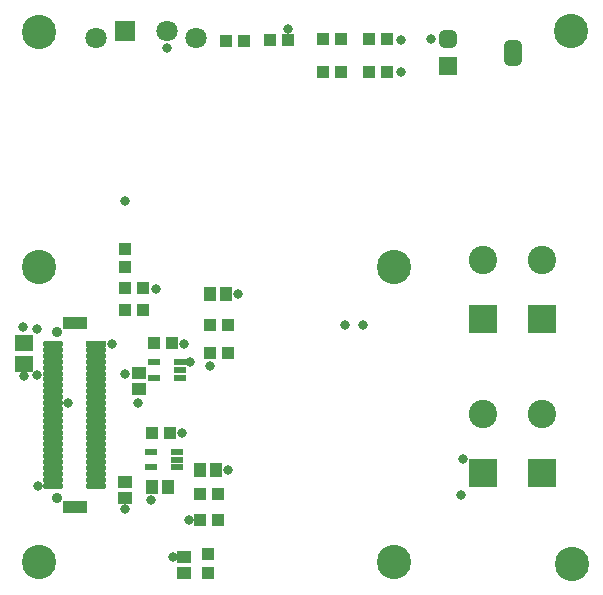
<source format=gts>
G04*
G04 #@! TF.GenerationSoftware,Altium Limited,Altium Designer,19.0.10 (269)*
G04*
G04 Layer_Color=8388736*
%FSLAX25Y25*%
%MOIN*%
G70*
G01*
G75*
%ADD28R,0.05918X0.05918*%
G04:AMPARAMS|DCode=29|XSize=59.18mil|YSize=59.18mil|CornerRadius=16.8mil|HoleSize=0mil|Usage=FLASHONLY|Rotation=180.000|XOffset=0mil|YOffset=0mil|HoleType=Round|Shape=RoundedRectangle|*
%AMROUNDEDRECTD29*
21,1,0.05918,0.02559,0,0,180.0*
21,1,0.02559,0.05918,0,0,180.0*
1,1,0.03359,-0.01280,0.01280*
1,1,0.03359,0.01280,0.01280*
1,1,0.03359,0.01280,-0.01280*
1,1,0.03359,-0.01280,-0.01280*
%
%ADD29ROUNDEDRECTD29*%
G04:AMPARAMS|DCode=30|XSize=59.18mil|YSize=86.74mil|CornerRadius=16.8mil|HoleSize=0mil|Usage=FLASHONLY|Rotation=180.000|XOffset=0mil|YOffset=0mil|HoleType=Round|Shape=RoundedRectangle|*
%AMROUNDEDRECTD30*
21,1,0.05918,0.05315,0,0,180.0*
21,1,0.02559,0.08674,0,0,180.0*
1,1,0.03359,-0.01280,0.02657*
1,1,0.03359,0.01280,0.02657*
1,1,0.03359,0.01280,-0.02657*
1,1,0.03359,-0.01280,-0.02657*
%
%ADD30ROUNDEDRECTD30*%
%ADD31R,0.03950X0.03950*%
%ADD32R,0.04147X0.04147*%
%ADD33R,0.04147X0.04147*%
%ADD34R,0.04143X0.04537*%
%ADD35R,0.04537X0.04143*%
%ADD36R,0.04147X0.02178*%
%ADD37R,0.06312X0.05328*%
%ADD38R,0.07887X0.03950*%
%ADD39R,0.07099X0.01981*%
%ADD40O,0.07099X0.01981*%
%ADD41R,0.07099X0.07099*%
%ADD42C,0.07099*%
%ADD43C,0.11430*%
%ADD44R,0.09461X0.09461*%
%ADD45C,0.09461*%
%ADD46C,0.03556*%
%ADD47C,0.03162*%
D28*
X146063Y175197D02*
D03*
D29*
Y184252D02*
D03*
D30*
X167717Y179724D02*
D03*
D31*
X125743Y184271D02*
D03*
X119837D02*
D03*
X125743Y173276D02*
D03*
X119837D02*
D03*
X92716Y183858D02*
D03*
X86811D02*
D03*
D32*
X110487Y173228D02*
D03*
X104385D02*
D03*
X110487Y184231D02*
D03*
X104385D02*
D03*
X78248Y183819D02*
D03*
X72146D02*
D03*
X44587Y101181D02*
D03*
X38484D02*
D03*
X44587Y94095D02*
D03*
X38484D02*
D03*
X72768Y79527D02*
D03*
X66665D02*
D03*
X69587Y24016D02*
D03*
X63484D02*
D03*
Y32677D02*
D03*
X69587D02*
D03*
X54232Y82972D02*
D03*
X48130D02*
D03*
X53445Y53150D02*
D03*
X47343D02*
D03*
X66665Y88976D02*
D03*
X72768D02*
D03*
D33*
X38386Y108366D02*
D03*
Y114469D02*
D03*
X66142Y6496D02*
D03*
Y12598D02*
D03*
D34*
X71980Y99212D02*
D03*
X66665D02*
D03*
X68799Y40551D02*
D03*
X63484D02*
D03*
X47343Y35039D02*
D03*
X52658D02*
D03*
D35*
X38583Y31299D02*
D03*
Y36614D02*
D03*
X58268Y6398D02*
D03*
Y11713D02*
D03*
X43110Y67716D02*
D03*
Y73032D02*
D03*
D36*
X48031Y71457D02*
D03*
Y76575D02*
D03*
X56693D02*
D03*
Y74016D02*
D03*
Y71457D02*
D03*
X47244Y41535D02*
D03*
Y46654D02*
D03*
X55905D02*
D03*
Y44094D02*
D03*
Y41535D02*
D03*
D37*
X4724Y76083D02*
D03*
Y82972D02*
D03*
D38*
X21654Y28346D02*
D03*
Y89764D02*
D03*
D39*
X28740Y82677D02*
D03*
D40*
Y80709D02*
D03*
Y78740D02*
D03*
Y76772D02*
D03*
Y74803D02*
D03*
Y72835D02*
D03*
Y70866D02*
D03*
Y68898D02*
D03*
Y66929D02*
D03*
Y64961D02*
D03*
Y62992D02*
D03*
Y61024D02*
D03*
Y59055D02*
D03*
Y57087D02*
D03*
Y55118D02*
D03*
Y53150D02*
D03*
Y51181D02*
D03*
Y49213D02*
D03*
Y47244D02*
D03*
Y45276D02*
D03*
Y43307D02*
D03*
Y41339D02*
D03*
Y39370D02*
D03*
Y37402D02*
D03*
Y35433D02*
D03*
X14567D02*
D03*
Y37402D02*
D03*
Y39370D02*
D03*
Y41339D02*
D03*
Y43307D02*
D03*
Y45276D02*
D03*
Y47244D02*
D03*
Y49213D02*
D03*
Y51181D02*
D03*
Y53150D02*
D03*
Y55118D02*
D03*
Y57087D02*
D03*
Y59055D02*
D03*
Y61024D02*
D03*
Y62992D02*
D03*
Y64961D02*
D03*
Y66929D02*
D03*
Y68898D02*
D03*
Y70866D02*
D03*
Y72835D02*
D03*
Y74803D02*
D03*
Y76772D02*
D03*
Y78740D02*
D03*
Y80709D02*
D03*
Y82677D02*
D03*
D41*
X38583Y186987D02*
D03*
D42*
X52362D02*
D03*
X28740Y184507D02*
D03*
X62205D02*
D03*
D43*
X187402Y9449D02*
D03*
X187008Y187008D02*
D03*
X9843Y186614D02*
D03*
Y108268D02*
D03*
X127953D02*
D03*
Y9843D02*
D03*
X9843D02*
D03*
D44*
X177559Y90945D02*
D03*
X157874D02*
D03*
X177559Y39764D02*
D03*
X157874D02*
D03*
D45*
X177559Y110630D02*
D03*
X157874D02*
D03*
X177559Y59449D02*
D03*
X157874D02*
D03*
D46*
X15748Y31299D02*
D03*
Y86811D02*
D03*
D47*
X52362Y181496D02*
D03*
X48819Y101102D02*
D03*
X66665Y75197D02*
D03*
X58268Y82825D02*
D03*
X34252Y82677D02*
D03*
X4724Y72047D02*
D03*
X9350Y35433D02*
D03*
X38484Y27559D02*
D03*
X54331Y11713D02*
D03*
X72866Y40551D02*
D03*
X57480Y53051D02*
D03*
X130315Y173276D02*
D03*
X140581Y184261D02*
D03*
X130315Y184133D02*
D03*
X92913Y187795D02*
D03*
X47244Y30512D02*
D03*
X59842Y24016D02*
D03*
X117730Y88976D02*
D03*
X111811D02*
D03*
X75984Y99213D02*
D03*
X9252Y72461D02*
D03*
Y87795D02*
D03*
X38386Y130193D02*
D03*
X60236Y76575D02*
D03*
X150394Y32283D02*
D03*
X42913Y62992D02*
D03*
X38583Y72835D02*
D03*
X151181Y44488D02*
D03*
X19291Y62992D02*
D03*
X4331Y88189D02*
D03*
M02*

</source>
